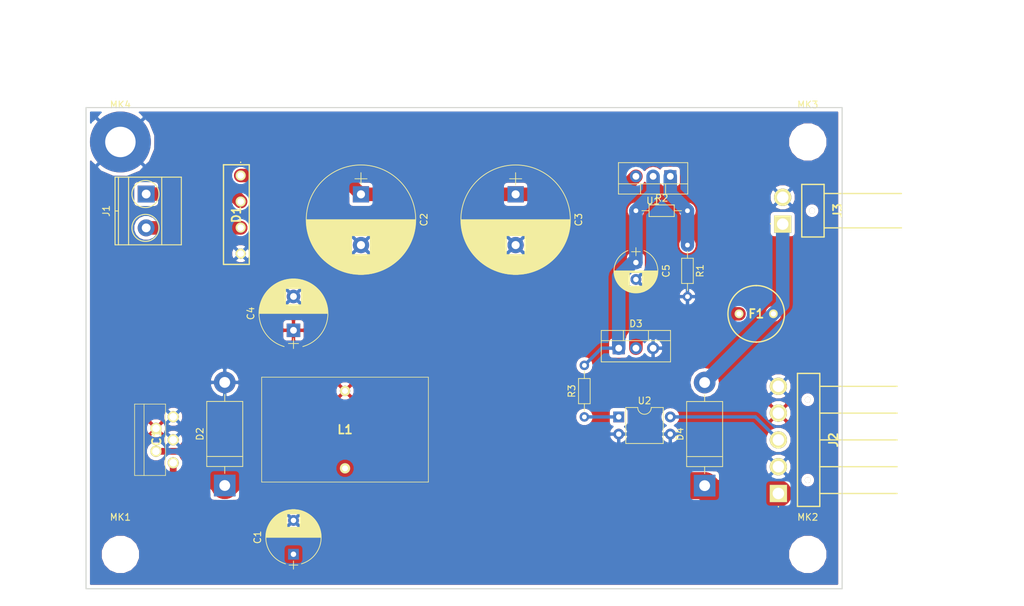
<source format=kicad_pcb>
(kicad_pcb (version 4) (host pcbnew 4.0.7+dfsg1-1ubuntu2)
  (layers (0 F.Cu signal) (31 B.Cu signal) (34 B.Paste user) (35 F.Paste user) (36 B.SilkS user) (37 F.SilkS user) (38 B.Mask user) (39 F.Mask user) (44 Edge.Cuts user))
  (net 0 "")
  (net 1 +12V)
  (net 2 GND)
  (net 3 "Net-(C2-Pad1)")
  (net 4 +5V)
  (net 5 "Net-(C5-Pad1)")
  (net 6 "Net-(D1-Pad2)")
  (net 7 "Net-(D1-Pad3)")
  (net 8 "Net-(D2-Pad1)")
  (net 9 "Net-(D3-Pad2)")
  (net 10 "Net-(D4-Pad2)")
  (net 11 /PowerFail)
  (net 12 "Net-(R1-Pad1)")
  (net 13 "Net-(R3-Pad1)")
  (module Capacitors_THT:CP_Radial_D8.0mm_P5.00mm (layer F.Cu) (at 56.063285 159.999189 90)
    (fp_text reference C1 (at 2.5 -5.31 90) (layer F.SilkS))
    (fp_text value "100uf 50V")
    (pad 1 thru_hole rect (at 0 0 90) (size 1.6 1.6) (drill 0.8) (layers *.Cu *.Mask) (net 1 +12V))
    (pad 2 thru_hole circle (at 5 0 90) (size 1.6 1.6) (drill 0.8) (layers *.Cu *.Mask) (net 2 GND))
  )
  (module Capacitors_THT:CP_Radial_D16.0mm_P7.50mm (layer F.Cu) (at 66.04 106.8 270)
    (fp_text reference C2 (at 3.75 -9.31 270) (layer F.SilkS))
    (fp_text value "2,200 uf")
    (pad 1 thru_hole rect (at 0 0 270) (size 2.4 2.4) (drill 1.2) (layers *.Cu *.Mask) (net 3 "Net-(C2-Pad1)"))
    (pad 2 thru_hole circle (at 7.5 0 270) (size 2.4 2.4) (drill 1.2) (layers *.Cu *.Mask) (net 2 GND))
  )
  (module Capacitors_THT:CP_Radial_D16.0mm_P7.50mm (layer F.Cu) (at 88.9 106.8 270)
    (fp_text reference C3 (at 3.75 -9.31 270) (layer F.SilkS))
    (fp_text value "2,200 uf")
    (pad 1 thru_hole rect (at 0 0 270) (size 2.4 2.4) (drill 1.2) (layers *.Cu *.Mask) (net 3 "Net-(C2-Pad1)"))
    (pad 2 thru_hole circle (at 7.5 0 270) (size 2.4 2.4) (drill 1.2) (layers *.Cu *.Mask) (net 2 GND))
  )
  (module Capacitors_THT:CP_Radial_D10.0mm_P5.00mm (layer F.Cu) (at 56.063285 126.899189 90)
    (fp_text reference C4 (at 2.5 -6.31 90) (layer F.SilkS))
    (fp_text value "1000uf 16V")
    (pad 1 thru_hole rect (at 0 0 90) (size 2 2) (drill 1) (layers *.Cu *.Mask) (net 4 +5V))
    (pad 2 thru_hole circle (at 5 0 90) (size 2 2) (drill 1) (layers *.Cu *.Mask) (net 2 GND))
  )
  (module Capacitors_THT:CP_Radial_D6.3mm_P2.50mm (layer F.Cu) (at 106.68 116.88 270)
    (fp_text reference C5 (at 1.25 -4.46 270) (layer F.SilkS))
    (fp_text value "47 uf")
    (pad 1 thru_hole rect (at 0 0 270) (size 1.6 1.6) (drill 0.8) (layers *.Cu *.Mask) (net 5 "Net-(C5-Pad1)"))
    (pad 2 thru_hole circle (at 2.5 0 270) (size 1.6 1.6) (drill 0.8) (layers *.Cu *.Mask) (net 2 GND))
  )
  (module KBP301G:KBP301G (layer F.Cu) (at 48.26 104.02 270)
    (fp_text reference D1 (at 5.775 0.635 270) (layer F.SilkS) (effects (font (size 1.27 1.27) (thickness 0.254))))
    (fp_text value KBP301 hide)
    (pad 1 thru_hole circle (at 0 0) (size 1.5 1.5) (drill 1) (layers *.Cu *.Mask F.SilkS) (net 3 "Net-(C2-Pad1)"))
    (pad 2 thru_hole circle (at 3.85 0) (size 1.5 1.5) (drill 1) (layers *.Cu *.Mask F.SilkS) (net 6 "Net-(D1-Pad2)"))
    (pad 3 thru_hole circle (at 7.7 0) (size 1.5 1.5) (drill 1) (layers *.Cu *.Mask F.SilkS) (net 7 "Net-(D1-Pad3)"))
    (pad 4 thru_hole circle (at 11.55 0) (size 1.5 1.5) (drill 1) (layers *.Cu *.Mask F.SilkS) (net 2 GND))
  )
  (module Diodes_THT:D_DO-201AD_P15.24mm_Horizontal (layer F.Cu) (at 45.903285 149.839189 90)
    (fp_text reference D2 (at 7.62 -3.66 90) (layer F.SilkS))
    (fp_text value 1N5822)
    (pad 1 thru_hole rect (at 0 0 90) (size 3.2 3.2) (drill 1.6) (layers *.Cu *.Mask) (net 8 "Net-(D2-Pad1)"))
    (pad 2 thru_hole oval (at 15.24 0 90) (size 3.2 3.2) (drill 1.6) (layers *.Cu *.Mask) (net 2 GND))
  )
  (module TO_SOT_Packages_THT:TO-220_Vertical (layer F.Cu) (at 104.14 129.54)
    (fp_text reference D3 (at 2.54 -3.62) (layer F.SilkS))
    (fp_text value MR1545)
    (pad 1 thru_hole rect (at 0 0) (size 1.8 1.8) (drill 1) (layers *.Cu *.Mask) (net 5 "Net-(C5-Pad1)"))
    (pad 2 thru_hole oval (at 2.54 0) (size 1.8 1.8) (drill 1) (layers *.Cu *.Mask) (net 9 "Net-(D3-Pad2)"))
    (pad 3 thru_hole oval (at 5.08 0) (size 1.8 1.8) (drill 1) (layers *.Cu *.Mask) (net 2 GND))
  )
  (module Diodes_THT:D_DO-201AD_P15.24mm_Horizontal (layer F.Cu) (at 116.84 149.86 90)
    (fp_text reference D4 (at 7.62 -3.66 90) (layer F.SilkS))
    (fp_text value 1N5822)
    (pad 1 thru_hole rect (at 0 0 90) (size 3.2 3.2) (drill 1.6) (layers *.Cu *.Mask) (net 1 +12V))
    (pad 2 thru_hole oval (at 15.24 0 90) (size 3.2 3.2) (drill 1.6) (layers *.Cu *.Mask) (net 10 "Net-(D4-Pad2)"))
  )
  (module MRT_2:MRT2 (layer F.Cu) (at 121.92 124.46)
    (fp_text reference F1 (at 2.54 0) (layer F.SilkS) (effects (font (size 1.27 1.27) (thickness 0.254))))
    (fp_text value 2A hide)
    (pad 1 thru_hole circle (at 0 0 90) (size 1.3 1.3) (drill 0.8) (layers *.Cu *.Mask F.SilkS) (net 9 "Net-(D3-Pad2)"))
    (pad 2 thru_hole circle (at 5.08 0 90) (size 1.3 1.3) (drill 0.8) (layers *.Cu *.Mask F.SilkS) (net 10 "Net-(D4-Pad2)"))
  )
  (module LM2576T-005G:MC34166TG (layer F.Cu) (at 38.283285 146.487189 90)
    (fp_text reference IC1 (at 3.403 -2.439 90) (layer F.SilkS) (effects (font (size 1.27 1.27) (thickness 0.254))))
    (fp_text value LM2576T-005G hide)
    (pad 1 thru_hole circle (at 0 0 180) (size 1.65 1.65) (drill 1.15) (layers *.Cu *.Mask F.SilkS) (net 1 +12V))
    (pad 2 thru_hole circle (at 1.702 -2.54 180) (size 1.65 1.65) (drill 1.15) (layers *.Cu *.Mask F.SilkS) (net 8 "Net-(D2-Pad1)"))
    (pad 3 thru_hole circle (at 3.404 0 180) (size 1.65 1.65) (drill 1.15) (layers *.Cu *.Mask F.SilkS) (net 2 GND))
    (pad 4 thru_hole circle (at 5.106 -2.54 180) (size 1.65 1.65) (drill 1.15) (layers *.Cu *.Mask F.SilkS) (net 4 +5V))
    (pad 5 thru_hole circle (at 6.808 0 180) (size 1.65 1.65) (drill 1.15) (layers *.Cu *.Mask F.SilkS) (net 2 GND))
  )
  (module Connectors_Terminal_Blocks:TerminalBlock_Pheonix_MKDS1.5-2pol (layer F.Cu) (at 34.29 106.76 270)
    (fp_text reference J1 (at 2.5 5.9 270) (layer F.SilkS))
    (fp_text value 16VAC)
    (pad 1 thru_hole rect (at 0 0 270) (size 2.5 2.5) (drill 1.3) (layers *.Cu *.Mask) (net 6 "Net-(D1-Pad2)"))
    (pad 2 thru_hole circle (at 5 0 270) (size 2.5 2.5) (drill 1.3) (layers *.Cu *.Mask) (net 7 "Net-(D1-Pad3)"))
  )
  (module 26-60-7050:26607050 (layer F.Cu) (at 127.74 151.02 270)
    (fp_text reference J2 (at -7.92 -8.137 270) (layer F.SilkS) (effects (font (size 1.27 1.27) (thickness 0.254))))
    (fp_text value "+12 G PF +5 G" hide)
    (pad 1 thru_hole rect (at 0 0) (size 2.55 2.55) (drill 1.7) (layers *.Cu *.Mask F.SilkS) (net 1 +12V))
    (pad 2 thru_hole circle (at -3.96 0) (size 2.55 2.55) (drill 1.7) (layers *.Cu *.Mask F.SilkS) (net 2 GND))
    (pad 3 thru_hole circle (at -7.92 0) (size 2.55 2.55) (drill 1.7) (layers *.Cu *.Mask F.SilkS) (net 11 /PowerFail))
    (pad 4 thru_hole circle (at -11.88 0) (size 2.55 2.55) (drill 1.7) (layers *.Cu *.Mask F.SilkS) (net 4 +5V))
    (pad 5 thru_hole circle (at -15.84 0) (size 2.55 2.55) (drill 1.7) (layers *.Cu *.Mask F.SilkS) (net 2 GND))
    (pad MH1 thru_hole circle (at -1.98 -4.34) (size 0.85 0.85) (drill 1.7) (layers *.Cu *.Mask F.SilkS))
    (pad MH2 thru_hole circle (at -13.86 -4.34) (size 0.85 0.85) (drill 1.7) (layers *.Cu *.Mask F.SilkS))
  )
  (module 26-60-7020:26607020 (layer F.Cu) (at 128.375 111.2 270)
    (fp_text reference J3 (at -1.98 -8.137 270) (layer F.SilkS) (effects (font (size 1.27 1.27) (thickness 0.254))))
    (fp_text value "+ Battery -" hide)
    (pad 1 thru_hole rect (at 0 0) (size 2.55 2.55) (drill 1.7) (layers *.Cu *.Mask F.SilkS) (net 10 "Net-(D4-Pad2)"))
    (pad 2 thru_hole circle (at -3.96 0) (size 2.55 2.55) (drill 1.7) (layers *.Cu *.Mask F.SilkS) (net 2 GND))
    (pad MH1 thru_hole circle (at -1.98 -4.34) (size 0.85 0.85) (drill 1.7) (layers *.Cu *.Mask F.SilkS))
  )
  (module PE-53113NL:PE53113NL (layer F.Cu) (at 63.683285 135.859189)
    (fp_text reference L1 (at 0 5.72) (layer F.SilkS) (effects (font (size 1.27 1.27) (thickness 0.254))))
    (fp_text value 150uH hide)
    (pad 1 thru_hole circle (at 0 0 90) (size 1.524 1.524) (drill 0.889) (layers *.Cu *.Mask F.SilkS) (net 4 +5V))
    (pad 2 thru_hole circle (at 0 11.44 90) (size 1.524 1.524) (drill 0.889) (layers *.Cu *.Mask F.SilkS) (net 8 "Net-(D2-Pad1)"))
  )
  (module Resistors_THT:R_Axial_DIN0204_L3.6mm_D1.6mm_P7.62mm_Horizontal (layer F.Cu) (at 114.3 114.3 270)
    (fp_text reference R1 (at 3.81 -1.86 270) (layer F.SilkS))
    (fp_text value 2.2K)
    (pad 1 thru_hole circle (at 0 0 270) (size 1.4 1.4) (drill 0.7) (layers *.Cu *.Mask) (net 12 "Net-(R1-Pad1)"))
    (pad 2 thru_hole oval (at 7.62 0 270) (size 1.4 1.4) (drill 0.7) (layers *.Cu *.Mask) (net 2 GND))
  )
  (module Resistors_THT:R_Axial_DIN0204_L3.6mm_D1.6mm_P7.62mm_Horizontal (layer F.Cu) (at 106.68 109.22)
    (fp_text reference R2 (at 3.81 -1.86) (layer F.SilkS))
    (fp_text value 220)
    (pad 1 thru_hole circle (at 0 0) (size 1.4 1.4) (drill 0.7) (layers *.Cu *.Mask) (net 5 "Net-(C5-Pad1)"))
    (pad 2 thru_hole oval (at 7.62 0) (size 1.4 1.4) (drill 0.7) (layers *.Cu *.Mask) (net 12 "Net-(R1-Pad1)"))
  )
  (module Resistors_THT:R_Axial_DIN0204_L3.6mm_D1.6mm_P7.62mm_Horizontal (layer F.Cu) (at 99.06 139.7 90)
    (fp_text reference R3 (at 3.81 -1.86 90) (layer F.SilkS))
    (fp_text value 1K)
    (pad 1 thru_hole circle (at 0 0 90) (size 1.4 1.4) (drill 0.7) (layers *.Cu *.Mask) (net 13 "Net-(R3-Pad1)"))
    (pad 2 thru_hole oval (at 7.62 0 90) (size 1.4 1.4) (drill 0.7) (layers *.Cu *.Mask) (net 5 "Net-(C5-Pad1)"))
  )
  (module TO_SOT_Packages_THT:TO-220_Vertical (layer F.Cu) (at 111.76 104.14 180)
    (fp_text reference U1 (at 2.54 -3.62 180) (layer F.SilkS))
    (fp_text value LM317K)
    (pad 1 thru_hole rect (at 0 0 180) (size 1.8 1.8) (drill 1) (layers *.Cu *.Mask) (net 12 "Net-(R1-Pad1)"))
    (pad 2 thru_hole oval (at 2.54 0 180) (size 1.8 1.8) (drill 1) (layers *.Cu *.Mask) (net 5 "Net-(C5-Pad1)"))
    (pad 3 thru_hole oval (at 5.08 0 180) (size 1.8 1.8) (drill 1) (layers *.Cu *.Mask) (net 3 "Net-(C2-Pad1)"))
  )
  (module Housings_DIP:DIP-4_W7.62mm (layer F.Cu) (at 104.14 139.7)
    (fp_text reference U2 (at 3.81 -2.39) (layer F.SilkS))
    (fp_text value VO615A-6)
    (pad 1 thru_hole rect (at 0 0) (size 1.6 1.6) (drill 0.8) (layers *.Cu *.Mask) (net 13 "Net-(R3-Pad1)"))
    (pad 3 thru_hole oval (at 7.62 2.54) (size 1.6 1.6) (drill 0.8) (layers *.Cu *.Mask) (net 2 GND))
    (pad 2 thru_hole oval (at 0 2.54) (size 1.6 1.6) (drill 0.8) (layers *.Cu *.Mask) (net 2 GND))
    (pad 4 thru_hole oval (at 7.62 0) (size 1.6 1.6) (drill 0.8) (layers *.Cu *.Mask) (net 11 /PowerFail))
  )
  (module Mounting_Holes:MountingHole_4.5mm (layer F.Cu) (at 30.48 160.02)
    (fp_text reference MK1 (at 0 -5.5) (layer F.SilkS))
    (fp_text value Mounting_Hole)
    (pad 1 np_thru_hole circle (at 0 0) (size 4.5 4.5) (drill 4.5) (layers *.Cu *.Mask))
  )
  (module Mounting_Holes:MountingHole_4.5mm (layer F.Cu) (at 132.08 160.02)
    (fp_text reference MK2 (at 0 -5.5) (layer F.SilkS))
    (fp_text value Mounting_Hole)
    (pad 1 np_thru_hole circle (at 0 0) (size 4.5 4.5) (drill 4.5) (layers *.Cu *.Mask))
  )
  (module Mounting_Holes:MountingHole_4.5mm (layer F.Cu) (at 132.08 99.06)
    (fp_text reference MK3 (at 0 -5.5) (layer F.SilkS))
    (fp_text value Mounting_Hole)
    (pad 1 np_thru_hole circle (at 0 0) (size 4.5 4.5) (drill 4.5) (layers *.Cu *.Mask))
  )
  (module Mounting_Holes:MountingHole_4.5mm_Pad (layer F.Cu) (at 30.48 99.06)
    (fp_text reference MK4 (at 0 -5.5) (layer F.SilkS))
    (fp_text value Mounting_Hole_PAD)
    (pad 1 thru_hole circle (at 0 0) (size 9 9) (drill 4.5) (layers *.Cu *.Mask) (net 2 GND))
  )
  (gr_line (start 137.16 165.1) (end 137.16 93.98) (layer Edge.Cuts) (width 0.15))
  (gr_line (start 25.4 165.1) (end 137.16 165.1) (layer Edge.Cuts) (width 0.15))
  (gr_line (start 25.4 93.98) (end 25.4 165.1) (layer Edge.Cuts) (width 0.15))
  (gr_line (start 137.16 93.98) (end 25.4 93.98) (layer Edge.Cuts) (width 0.15))
  (segment (start 38.283285 149.676715) (end 38.283285 155.123285) (width 4) (layer F.Cu) (net 1))
  (segment (start 38.283285 155.123285) (end 43.159189 159.999189) (width 4) (layer F.Cu) (net 1))
  (segment (start 38.283285 146.487189) (end 38.283285 149.676715) (width 1) (layer F.Cu) (net 1))
  (segment (start 116.84 149.86) (end 76.2 149.86) (width 4) (layer F.Cu) (net 1))
  (segment (start 76.2 149.86) (end 66.04 160.02) (width 4) (layer F.Cu) (net 1))
  (segment (start 66.04 160.02) (end 56.084096 160.02) (width 4) (layer F.Cu) (net 1))
  (segment (start 56.084096 160.02) (end 56.063285 159.999189) (width 4) (layer F.Cu) (net 1))
  (segment (start 56.063285 159.999189) (end 43.159189 159.999189) (width 4) (layer F.Cu) (net 1))
  (segment (start 127.74 151.02) (end 118 151.02) (width 4) (layer F.Cu) (net 1))
  (segment (start 118 151.02) (end 116.84 149.86) (width 4) (layer F.Cu) (net 1))
  (segment (start 104.02 106.8) (end 106.68 104.14) (width 2) (layer F.Cu) (net 3))
  (segment (start 88.9 106.8) (end 104.02 106.8) (width 2) (layer F.Cu) (net 3))
  (segment (start 66.04 106.8) (end 88.9 106.8) (width 2) (layer F.Cu) (net 3))
  (segment (start 48.26 104.02) (end 63.26 104.02) (width 2) (layer F.Cu) (net 3))
  (segment (start 63.26 104.02) (end 66.04 106.8) (width 2) (layer F.Cu) (net 3))
  (segment (start 104.14 129.54) (end 101.6 129.54) (width 0.5) (layer B.Cu) (net 5))
  (segment (start 101.6 129.54) (end 99.06 132.08) (width 0.5) (layer B.Cu) (net 5))
  (segment (start 106.68 109.22) (end 109.22 106.68) (width 2) (layer B.Cu) (net 5))
  (segment (start 109.22 106.68) (end 109.22 104.14) (width 2) (layer B.Cu) (net 5))
  (segment (start 106.68 116.88) (end 106.68 109.22) (width 2) (layer B.Cu) (net 5))
  (segment (start 104.14 129.54) (end 104.14 118.959998) (width 2) (layer B.Cu) (net 5))
  (segment (start 104.14 118.959998) (end 106.219998 116.88) (width 2) (layer B.Cu) (net 5))
  (segment (start 106.219998 116.88) (end 106.68 116.88) (width 2) (layer B.Cu) (net 5))
  (segment (start 34.29 106.76) (end 47.15 106.76) (width 2) (layer F.Cu) (net 6))
  (segment (start 47.15 106.76) (end 48.26 107.87) (width 2) (layer F.Cu) (net 6))
  (segment (start 48.26 111.76) (end 48.26 111.72) (width 2) (layer F.Cu) (net 7))
  (segment (start 34.29 111.76) (end 48.26 111.76) (width 2) (layer F.Cu) (net 7))
  (segment (start 35.743285 144.785189) (end 41.058287 144.785189) (width 1) (layer F.Cu) (net 8))
  (segment (start 41.058287 144.785189) (end 40.634811 144.785189) (width 1) (layer F.Cu) (net 8))
  (segment (start 45.903285 149.839189) (end 45.903285 149.630187) (width 4) (layer F.Cu) (net 8))
  (segment (start 45.903285 149.630187) (end 41.308286 145.035188) (width 4) (layer F.Cu) (net 8))
  (segment (start 41.308286 145.035188) (end 41.058287 144.785189) (width 4) (layer F.Cu) (net 8))
  (segment (start 63.683285 147.299189) (end 48.443285 147.299189) (width 4) (layer F.Cu) (net 8))
  (segment (start 48.443285 147.299189) (end 45.903285 149.839189) (width 4) (layer F.Cu) (net 8))
  (segment (start 121.92 124.46) (end 110.487208 124.46) (width 2) (layer F.Cu) (net 9))
  (segment (start 110.487208 124.46) (end 106.68 128.267208) (width 2) (layer F.Cu) (net 9))
  (segment (start 106.68 128.267208) (end 106.68 129.54) (width 2) (layer F.Cu) (net 9))
  (segment (start 127 124.46) (end 116.84 134.62) (width 2) (layer B.Cu) (net 10))
  (segment (start 128.375 123.085) (end 127 124.46) (width 2) (layer B.Cu) (net 10))
  (segment (start 128.375 111.2) (end 128.375 123.085) (width 2) (layer B.Cu) (net 10))
  (segment (start 111.76 139.7) (end 124.34 139.7) (width 0.5) (layer B.Cu) (net 11))
  (segment (start 124.34 139.7) (end 127.74 143.1) (width 0.5) (layer B.Cu) (net 11))
  (segment (start 111.76 104.14) (end 111.76 106.68) (width 2) (layer B.Cu) (net 12))
  (segment (start 111.76 106.68) (end 114.3 109.22) (width 2) (layer B.Cu) (net 12))
  (segment (start 114.3 109.22) (end 114.3 114.3) (width 2) (layer B.Cu) (net 12))
  (segment (start 99.06 139.7) (end 104.14 139.7) (width 0.5) (layer B.Cu) (net 13))
  (zone (net 4) (net_name +5V) (layer F.Cu) (connect_pads (clearance 0.508)) (min_thickness 0.254) (fill yes (arc_segments 16) (thermal_gap 0.508) (thermal_bridge_width 0.508))
    (polygon (pts (xy 22.86 91.44) (xy 139.7 91.44) (xy 139.7 167.64) (xy 22.86 167.64)))
  )
  (zone (net 2) (net_name GND) (layer B.Cu) (connect_pads (clearance 0.508)) (min_thickness 0.254) (fill yes (arc_segments 16) (thermal_gap 0.508) (thermal_bridge_width 0.508))
    (polygon (pts (xy 22.86 91.44) (xy 139.7 91.44) (xy 139.7 167.64) (xy 22.86 167.64)))
  )
)
</source>
